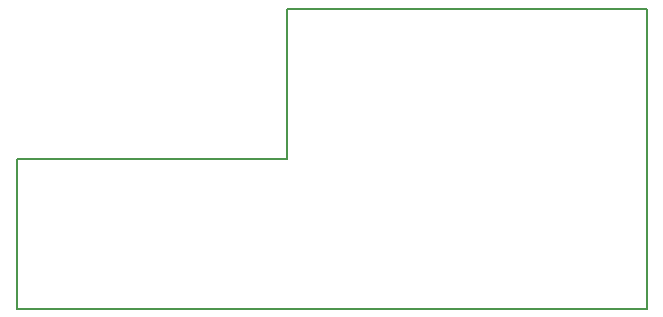
<source format=gbr>
G04 (created by PCBNEW (2013-jul-07)-stable) date So 31 Mai 2015 13:33:00 CEST*
%MOIN*%
G04 Gerber Fmt 3.4, Leading zero omitted, Abs format*
%FSLAX34Y34*%
G01*
G70*
G90*
G04 APERTURE LIST*
%ADD10C,0.00590551*%
G04 APERTURE END LIST*
G54D10*
X65000Y-44000D02*
X65000Y-46000D01*
X61000Y-44000D02*
X65000Y-44000D01*
X53000Y-44000D02*
X53000Y-49000D01*
X61000Y-44000D02*
X53000Y-44000D01*
X65000Y-46500D02*
X65000Y-46000D01*
X65000Y-47000D02*
X65000Y-46500D01*
X65000Y-47000D02*
X65000Y-49000D01*
X44000Y-49000D02*
X53000Y-49000D01*
X65000Y-54000D02*
X65000Y-49000D01*
X44000Y-54000D02*
X44000Y-49000D01*
X65000Y-54000D02*
X44000Y-54000D01*
M02*

</source>
